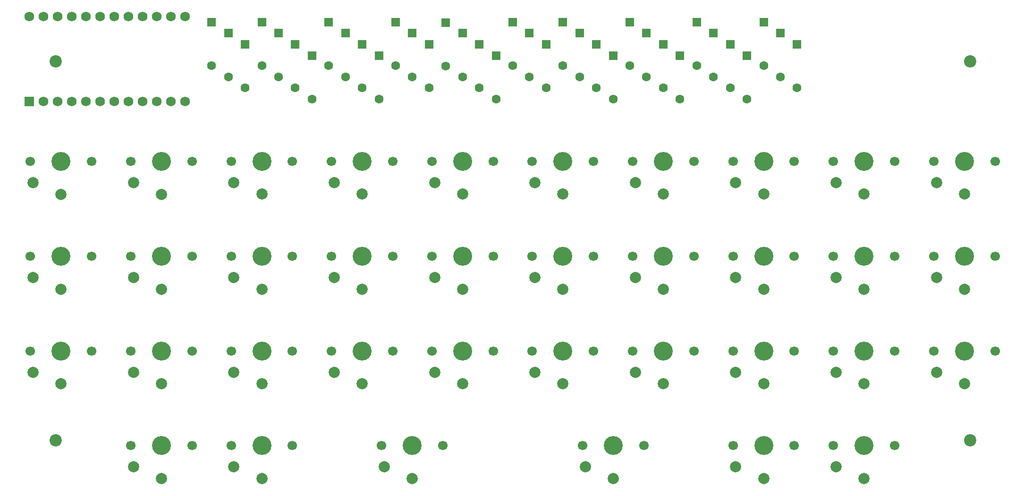
<source format=gbr>
G04 #@! TF.GenerationSoftware,KiCad,Pcbnew,5.1.9-73d0e3b20d~88~ubuntu18.04.1*
G04 #@! TF.CreationDate,2021-03-09T23:09:17-06:00*
G04 #@! TF.ProjectId,keyboard,6b657962-6f61-4726-942e-6b696361645f,rev?*
G04 #@! TF.SameCoordinates,Original*
G04 #@! TF.FileFunction,Soldermask,Top*
G04 #@! TF.FilePolarity,Negative*
%FSLAX46Y46*%
G04 Gerber Fmt 4.6, Leading zero omitted, Abs format (unit mm)*
G04 Created by KiCad (PCBNEW 5.1.9-73d0e3b20d~88~ubuntu18.04.1) date 2021-03-09 23:09:17*
%MOMM*%
%LPD*%
G01*
G04 APERTURE LIST*
%ADD10C,2.200000*%
%ADD11C,2.000000*%
%ADD12C,1.700000*%
%ADD13C,3.400000*%
%ADD14C,1.600000*%
%ADD15R,1.600000X1.600000*%
%ADD16C,1.752600*%
%ADD17R,1.752600X1.752600*%
G04 APERTURE END LIST*
D10*
X40000000Y-40070000D03*
X204000000Y-108000000D03*
X40000000Y-108000000D03*
X204000000Y-40000000D03*
D11*
X149000000Y-63868750D03*
X144000000Y-61768750D03*
D12*
X143500000Y-57968750D03*
X154500000Y-57968750D03*
D13*
X149000000Y-57968750D03*
D14*
X74000000Y-44800000D03*
D15*
X74000000Y-37000000D03*
D14*
X122000000Y-40800000D03*
D15*
X122000000Y-33000000D03*
D14*
X83000000Y-44800000D03*
D15*
X83000000Y-37000000D03*
D14*
X77000000Y-40800000D03*
D15*
X77000000Y-33000000D03*
D14*
X107000000Y-44800000D03*
D15*
X107000000Y-37000000D03*
D14*
X131000000Y-40800000D03*
D15*
X131000000Y-33000000D03*
D14*
X110000000Y-40900000D03*
D15*
X110000000Y-33100000D03*
D14*
X167000000Y-40800000D03*
D15*
X167000000Y-33000000D03*
D14*
X140000000Y-46800000D03*
D15*
X140000000Y-39000000D03*
D14*
X173000000Y-44800000D03*
D15*
X173000000Y-37000000D03*
D14*
X170000000Y-42800000D03*
D15*
X170000000Y-35000000D03*
D14*
X164000000Y-46800000D03*
D15*
X164000000Y-39000000D03*
D14*
X80000000Y-42800000D03*
D15*
X80000000Y-35000000D03*
D14*
X101000000Y-40800000D03*
D15*
X101000000Y-33000000D03*
D14*
X68000000Y-40800000D03*
D15*
X68000000Y-33000000D03*
D14*
X155000000Y-40800000D03*
D15*
X155000000Y-33000000D03*
D14*
X128000000Y-44800000D03*
D15*
X128000000Y-37000000D03*
D14*
X86000000Y-46800000D03*
D15*
X86000000Y-39000000D03*
D14*
X137000000Y-44800000D03*
D15*
X137000000Y-37000000D03*
D14*
X158000000Y-42800000D03*
D15*
X158000000Y-35000000D03*
D14*
X146000000Y-42800000D03*
D15*
X146000000Y-35000000D03*
D14*
X134000000Y-42800000D03*
D15*
X134000000Y-35000000D03*
D14*
X143000000Y-40800000D03*
D15*
X143000000Y-33000000D03*
D14*
X125000000Y-42800000D03*
D15*
X125000000Y-35000000D03*
D14*
X113000000Y-42800000D03*
D15*
X113000000Y-35000000D03*
D14*
X104000000Y-42800000D03*
D15*
X104000000Y-35000000D03*
D14*
X119000000Y-46800000D03*
D15*
X119000000Y-39000000D03*
D14*
X89000000Y-40800000D03*
D15*
X89000000Y-33000000D03*
D14*
X161000000Y-44800000D03*
D15*
X161000000Y-37000000D03*
D14*
X92000000Y-42800000D03*
D15*
X92000000Y-35000000D03*
D14*
X149000000Y-44800000D03*
D15*
X149000000Y-37000000D03*
D14*
X95000000Y-44800000D03*
D15*
X95000000Y-37000000D03*
D14*
X116000000Y-44800000D03*
D15*
X116000000Y-37000000D03*
D14*
X98000000Y-46800000D03*
D15*
X98000000Y-39000000D03*
D14*
X71000000Y-42800000D03*
D15*
X71000000Y-35000000D03*
D14*
X152000000Y-46800000D03*
D15*
X152000000Y-39000000D03*
D16*
X35300000Y-32000000D03*
X63240000Y-47240000D03*
X37840000Y-32000000D03*
X40380000Y-32000000D03*
X42920000Y-32000000D03*
X45460000Y-32000000D03*
X48000000Y-32000000D03*
X50540000Y-32000000D03*
X53080000Y-32000000D03*
X55620000Y-32000000D03*
X58160000Y-32000000D03*
X60700000Y-32000000D03*
X63240000Y-32000000D03*
X60700000Y-47240000D03*
X58160000Y-47240000D03*
X55620000Y-47240000D03*
X53080000Y-47240000D03*
X50540000Y-47240000D03*
X48000000Y-47240000D03*
X45460000Y-47240000D03*
X42920000Y-47240000D03*
X40380000Y-47240000D03*
X37840000Y-47240000D03*
D17*
X35300000Y-47240000D03*
D11*
X41000000Y-97900000D03*
X36000000Y-95800000D03*
D12*
X35500000Y-92000000D03*
X46500000Y-92000000D03*
D13*
X41000000Y-92000000D03*
D11*
X131000000Y-63868750D03*
X126000000Y-61768750D03*
D12*
X125500000Y-57968750D03*
X136500000Y-57968750D03*
D13*
X131000000Y-57968750D03*
D11*
X59000000Y-97900000D03*
X54000000Y-95800000D03*
D12*
X53500000Y-92000000D03*
X64500000Y-92000000D03*
D13*
X59000000Y-92000000D03*
D11*
X59000000Y-63900000D03*
X54000000Y-61800000D03*
D12*
X53500000Y-58000000D03*
X64500000Y-58000000D03*
D13*
X59000000Y-58000000D03*
D11*
X95000000Y-97900000D03*
X90000000Y-95800000D03*
D12*
X89500000Y-92000000D03*
X100500000Y-92000000D03*
D13*
X95000000Y-92000000D03*
D11*
X112993750Y-63868750D03*
X107993750Y-61768750D03*
D12*
X107493750Y-57968750D03*
X118493750Y-57968750D03*
D13*
X112993750Y-57968750D03*
D11*
X203000000Y-63868750D03*
X198000000Y-61768750D03*
D12*
X197500000Y-57968750D03*
X208500000Y-57968750D03*
D13*
X203000000Y-57968750D03*
D11*
X140000000Y-114900000D03*
X135000000Y-112800000D03*
D12*
X134500000Y-109000000D03*
X145500000Y-109000000D03*
D13*
X140000000Y-109000000D03*
D11*
X203000000Y-97900000D03*
X198000000Y-95800000D03*
D12*
X197500000Y-92000000D03*
X208500000Y-92000000D03*
D13*
X203000000Y-92000000D03*
D11*
X203000000Y-80900000D03*
X198000000Y-78800000D03*
D12*
X197500000Y-75000000D03*
X208500000Y-75000000D03*
D13*
X203000000Y-75000000D03*
D11*
X185000000Y-114900000D03*
X180000000Y-112800000D03*
D12*
X179500000Y-109000000D03*
X190500000Y-109000000D03*
D13*
X185000000Y-109000000D03*
D11*
X59000000Y-80900000D03*
X54000000Y-78800000D03*
D12*
X53500000Y-75000000D03*
X64500000Y-75000000D03*
D13*
X59000000Y-75000000D03*
D11*
X95000000Y-63868750D03*
X90000000Y-61768750D03*
D12*
X89500000Y-57968750D03*
X100500000Y-57968750D03*
D13*
X95000000Y-57968750D03*
D11*
X41000000Y-63900000D03*
X36000000Y-61800000D03*
D12*
X35500000Y-58000000D03*
X46500000Y-58000000D03*
D13*
X41000000Y-58000000D03*
D11*
X185000000Y-63868750D03*
X180000000Y-61768750D03*
D12*
X179500000Y-57968750D03*
X190500000Y-57968750D03*
D13*
X185000000Y-57968750D03*
D11*
X131000000Y-97900000D03*
X126000000Y-95800000D03*
D12*
X125500000Y-92000000D03*
X136500000Y-92000000D03*
D13*
X131000000Y-92000000D03*
D11*
X59000000Y-114900000D03*
X54000000Y-112800000D03*
D12*
X53500000Y-109000000D03*
X64500000Y-109000000D03*
D13*
X59000000Y-109000000D03*
D11*
X149000000Y-97900000D03*
X144000000Y-95800000D03*
D12*
X143500000Y-92000000D03*
X154500000Y-92000000D03*
D13*
X149000000Y-92000000D03*
D11*
X185000000Y-80900000D03*
X180000000Y-78800000D03*
D12*
X179500000Y-75000000D03*
X190500000Y-75000000D03*
D13*
X185000000Y-75000000D03*
D11*
X167000000Y-80900000D03*
X162000000Y-78800000D03*
D12*
X161500000Y-75000000D03*
X172500000Y-75000000D03*
D13*
X167000000Y-75000000D03*
D11*
X149000000Y-80900000D03*
X144000000Y-78800000D03*
D12*
X143500000Y-75000000D03*
X154500000Y-75000000D03*
D13*
X149000000Y-75000000D03*
D11*
X167000000Y-63868750D03*
X162000000Y-61768750D03*
D12*
X161500000Y-57968750D03*
X172500000Y-57968750D03*
D13*
X167000000Y-57968750D03*
D11*
X131000000Y-80900000D03*
X126000000Y-78800000D03*
D12*
X125500000Y-75000000D03*
X136500000Y-75000000D03*
D13*
X131000000Y-75000000D03*
D11*
X112993750Y-80900000D03*
X107993750Y-78800000D03*
D12*
X107493750Y-75000000D03*
X118493750Y-75000000D03*
D13*
X112993750Y-75000000D03*
D11*
X95000000Y-80900000D03*
X90000000Y-78800000D03*
D12*
X89500000Y-75000000D03*
X100500000Y-75000000D03*
D13*
X95000000Y-75000000D03*
D11*
X104000000Y-114900000D03*
X99000000Y-112800000D03*
D12*
X98500000Y-109000000D03*
X109500000Y-109000000D03*
D13*
X104000000Y-109000000D03*
D11*
X77000000Y-63868750D03*
X72000000Y-61768750D03*
D12*
X71500000Y-57968750D03*
X82500000Y-57968750D03*
D13*
X77000000Y-57968750D03*
D11*
X185000000Y-97900000D03*
X180000000Y-95800000D03*
D12*
X179500000Y-92000000D03*
X190500000Y-92000000D03*
D13*
X185000000Y-92000000D03*
D11*
X77000000Y-80900000D03*
X72000000Y-78800000D03*
D12*
X71500000Y-75000000D03*
X82500000Y-75000000D03*
D13*
X77000000Y-75000000D03*
D11*
X167000000Y-97900000D03*
X162000000Y-95800000D03*
D12*
X161500000Y-92000000D03*
X172500000Y-92000000D03*
D13*
X167000000Y-92000000D03*
D11*
X77000000Y-97900000D03*
X72000000Y-95800000D03*
D12*
X71500000Y-92000000D03*
X82500000Y-92000000D03*
D13*
X77000000Y-92000000D03*
D11*
X112993750Y-97900000D03*
X107993750Y-95800000D03*
D12*
X107493750Y-92000000D03*
X118493750Y-92000000D03*
D13*
X112993750Y-92000000D03*
D11*
X77000000Y-114900000D03*
X72000000Y-112800000D03*
D12*
X71500000Y-109000000D03*
X82500000Y-109000000D03*
D13*
X77000000Y-109000000D03*
D11*
X41000000Y-80900000D03*
X36000000Y-78800000D03*
D12*
X35500000Y-75000000D03*
X46500000Y-75000000D03*
D13*
X41000000Y-75000000D03*
D11*
X167000000Y-114900000D03*
X162000000Y-112800000D03*
D12*
X161500000Y-109000000D03*
X172500000Y-109000000D03*
D13*
X167000000Y-109000000D03*
M02*

</source>
